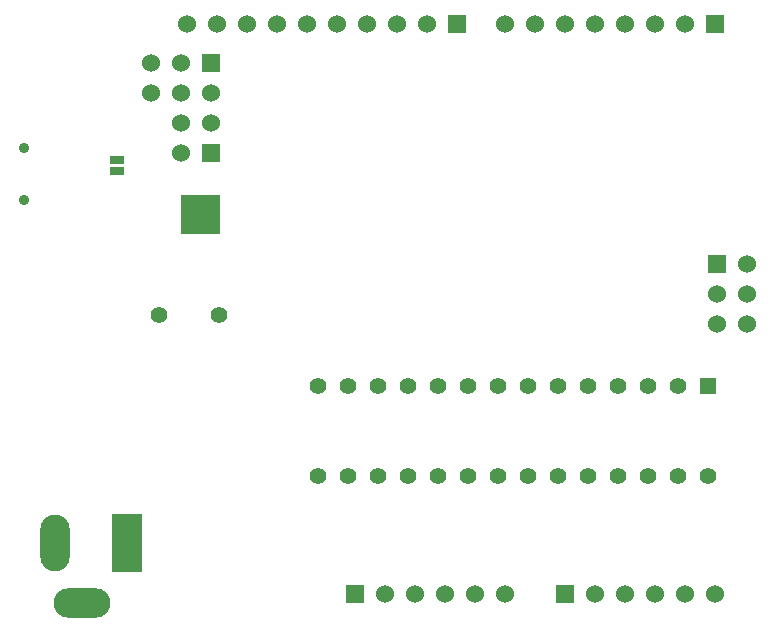
<source format=gbs>
G04 (created by PCBNEW (2013-07-07 BZR 4022)-stable) date Sun 28 Jul 2013 12:26:32 PM NZST*
%MOIN*%
G04 Gerber Fmt 3.4, Leading zero omitted, Abs format*
%FSLAX34Y34*%
G01*
G70*
G90*
G04 APERTURE LIST*
%ADD10C,0.00590551*%
%ADD11R,0.06X0.06*%
%ADD12C,0.06*%
%ADD13C,0.0354*%
%ADD14C,0.056*%
%ADD15C,0.055*%
%ADD16R,0.055X0.055*%
%ADD17O,0.0984252X0.189*%
%ADD18R,0.0984252X0.19685*%
%ADD19O,0.189X0.0984252*%
%ADD20R,0.0708661X0.0708661*%
%ADD21R,0.045X0.025*%
G04 APERTURE END LIST*
G54D10*
G54D11*
X18200Y-12300D03*
G54D12*
X18200Y-13300D03*
X17200Y-12300D03*
X17200Y-13300D03*
X16200Y-12300D03*
X16200Y-13300D03*
G54D13*
X11950Y-16866D03*
X11950Y-15134D03*
G54D11*
X18200Y-15300D03*
G54D12*
X17200Y-15300D03*
X18200Y-14300D03*
X17200Y-14300D03*
G54D14*
X16450Y-20700D03*
X18450Y-20700D03*
G54D15*
X33750Y-23050D03*
X32750Y-23050D03*
X31750Y-23050D03*
X30750Y-23050D03*
X29750Y-23050D03*
X28750Y-23050D03*
X27750Y-23050D03*
X26750Y-23050D03*
X25750Y-23050D03*
X24750Y-23050D03*
X23750Y-23050D03*
X22750Y-23050D03*
X21750Y-23050D03*
G54D16*
X34750Y-23050D03*
G54D15*
X21750Y-26050D03*
X22750Y-26050D03*
X23750Y-26050D03*
X24750Y-26050D03*
X25750Y-26050D03*
X26750Y-26050D03*
X27750Y-26050D03*
X28750Y-26050D03*
X29750Y-26050D03*
X30750Y-26050D03*
X31750Y-26050D03*
X32750Y-26050D03*
X33750Y-26050D03*
X34750Y-26050D03*
G54D11*
X35000Y-11000D03*
G54D12*
X34000Y-11000D03*
X33000Y-11000D03*
X32000Y-11000D03*
X31000Y-11000D03*
X30000Y-11000D03*
X29000Y-11000D03*
X28000Y-11000D03*
G54D11*
X30000Y-30000D03*
G54D12*
X31000Y-30000D03*
X32000Y-30000D03*
X33000Y-30000D03*
X34000Y-30000D03*
X35000Y-30000D03*
G54D11*
X26400Y-11000D03*
G54D12*
X25400Y-11000D03*
X24400Y-11000D03*
X23400Y-11000D03*
X22400Y-11000D03*
X21400Y-11000D03*
X20400Y-11000D03*
X19400Y-11000D03*
X18400Y-11000D03*
X17400Y-11000D03*
G54D11*
X35050Y-19000D03*
G54D12*
X36050Y-19000D03*
X35050Y-20000D03*
X36050Y-20000D03*
X35050Y-21000D03*
X36050Y-21000D03*
G54D17*
X13000Y-28300D03*
G54D18*
X15400Y-28300D03*
G54D19*
X13900Y-30300D03*
G54D20*
X17535Y-17664D03*
X17535Y-17035D03*
X18164Y-17664D03*
X18164Y-17035D03*
G54D21*
X15048Y-15520D03*
X15048Y-15895D03*
G54D11*
X23000Y-30000D03*
G54D12*
X24000Y-30000D03*
X25000Y-30000D03*
X26000Y-30000D03*
X27000Y-30000D03*
X28000Y-30000D03*
M02*

</source>
